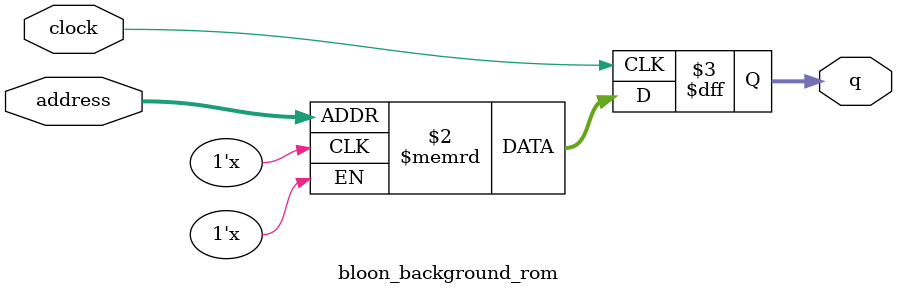
<source format=sv>
module bloon_background_rom (
	input logic clock,
	input logic [18:0] address,
	output logic [4:0] q
);

logic [4:0] memory [0:307199] /* synthesis ram_init_file = "./bloon_background/bloon_background.mif" */;

always_ff @ (posedge clock) begin
	q <= memory[address];
end

endmodule

</source>
